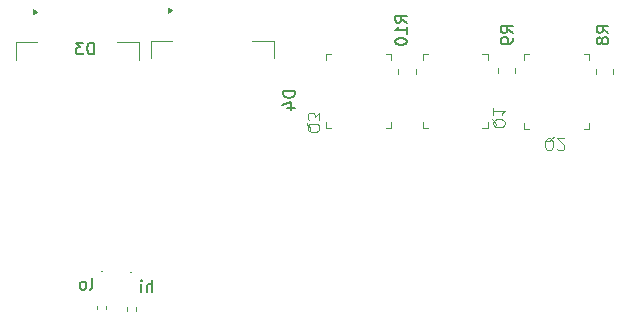
<source format=gbr>
%TF.GenerationSoftware,KiCad,Pcbnew,8.0.0*%
%TF.CreationDate,2024-03-24T11:48:13-04:00*%
%TF.ProjectId,coil-driver,636f696c-2d64-4726-9976-65722e6b6963,rev?*%
%TF.SameCoordinates,Original*%
%TF.FileFunction,Legend,Bot*%
%TF.FilePolarity,Positive*%
%FSLAX46Y46*%
G04 Gerber Fmt 4.6, Leading zero omitted, Abs format (unit mm)*
G04 Created by KiCad (PCBNEW 8.0.0) date 2024-03-24 11:48:13*
%MOMM*%
%LPD*%
G01*
G04 APERTURE LIST*
%ADD10C,0.150000*%
%ADD11C,0.100000*%
%ADD12C,0.120000*%
G04 APERTURE END LIST*
D10*
X103120363Y-134769819D02*
X103215601Y-134722200D01*
X103215601Y-134722200D02*
X103263220Y-134626961D01*
X103263220Y-134626961D02*
X103263220Y-133769819D01*
X102596553Y-134769819D02*
X102691791Y-134722200D01*
X102691791Y-134722200D02*
X102739410Y-134674580D01*
X102739410Y-134674580D02*
X102787029Y-134579342D01*
X102787029Y-134579342D02*
X102787029Y-134293628D01*
X102787029Y-134293628D02*
X102739410Y-134198390D01*
X102739410Y-134198390D02*
X102691791Y-134150771D01*
X102691791Y-134150771D02*
X102596553Y-134103152D01*
X102596553Y-134103152D02*
X102453696Y-134103152D01*
X102453696Y-134103152D02*
X102358458Y-134150771D01*
X102358458Y-134150771D02*
X102310839Y-134198390D01*
X102310839Y-134198390D02*
X102263220Y-134293628D01*
X102263220Y-134293628D02*
X102263220Y-134579342D01*
X102263220Y-134579342D02*
X102310839Y-134674580D01*
X102310839Y-134674580D02*
X102358458Y-134722200D01*
X102358458Y-134722200D02*
X102453696Y-134769819D01*
X102453696Y-134769819D02*
X102596553Y-134769819D01*
X108380446Y-134956093D02*
X108380446Y-133956093D01*
X107951875Y-134956093D02*
X107951875Y-134432283D01*
X107951875Y-134432283D02*
X107999494Y-134337045D01*
X107999494Y-134337045D02*
X108094732Y-134289426D01*
X108094732Y-134289426D02*
X108237589Y-134289426D01*
X108237589Y-134289426D02*
X108332827Y-134337045D01*
X108332827Y-134337045D02*
X108380446Y-134384664D01*
X107475684Y-134956093D02*
X107475684Y-134289426D01*
X107475684Y-133956093D02*
X107523303Y-134003712D01*
X107523303Y-134003712D02*
X107475684Y-134051331D01*
X107475684Y-134051331D02*
X107428065Y-134003712D01*
X107428065Y-134003712D02*
X107475684Y-133956093D01*
X107475684Y-133956093D02*
X107475684Y-134051331D01*
X120454819Y-117961905D02*
X119454819Y-117961905D01*
X119454819Y-117961905D02*
X119454819Y-118200000D01*
X119454819Y-118200000D02*
X119502438Y-118342857D01*
X119502438Y-118342857D02*
X119597676Y-118438095D01*
X119597676Y-118438095D02*
X119692914Y-118485714D01*
X119692914Y-118485714D02*
X119883390Y-118533333D01*
X119883390Y-118533333D02*
X120026247Y-118533333D01*
X120026247Y-118533333D02*
X120216723Y-118485714D01*
X120216723Y-118485714D02*
X120311961Y-118438095D01*
X120311961Y-118438095D02*
X120407200Y-118342857D01*
X120407200Y-118342857D02*
X120454819Y-118200000D01*
X120454819Y-118200000D02*
X120454819Y-117961905D01*
X119788152Y-119390476D02*
X120454819Y-119390476D01*
X119407200Y-119152381D02*
X120121485Y-118914286D01*
X120121485Y-118914286D02*
X120121485Y-119533333D01*
X147004819Y-113033333D02*
X146528628Y-112700000D01*
X147004819Y-112461905D02*
X146004819Y-112461905D01*
X146004819Y-112461905D02*
X146004819Y-112842857D01*
X146004819Y-112842857D02*
X146052438Y-112938095D01*
X146052438Y-112938095D02*
X146100057Y-112985714D01*
X146100057Y-112985714D02*
X146195295Y-113033333D01*
X146195295Y-113033333D02*
X146338152Y-113033333D01*
X146338152Y-113033333D02*
X146433390Y-112985714D01*
X146433390Y-112985714D02*
X146481009Y-112938095D01*
X146481009Y-112938095D02*
X146528628Y-112842857D01*
X146528628Y-112842857D02*
X146528628Y-112461905D01*
X146433390Y-113604762D02*
X146385771Y-113509524D01*
X146385771Y-113509524D02*
X146338152Y-113461905D01*
X146338152Y-113461905D02*
X146242914Y-113414286D01*
X146242914Y-113414286D02*
X146195295Y-113414286D01*
X146195295Y-113414286D02*
X146100057Y-113461905D01*
X146100057Y-113461905D02*
X146052438Y-113509524D01*
X146052438Y-113509524D02*
X146004819Y-113604762D01*
X146004819Y-113604762D02*
X146004819Y-113795238D01*
X146004819Y-113795238D02*
X146052438Y-113890476D01*
X146052438Y-113890476D02*
X146100057Y-113938095D01*
X146100057Y-113938095D02*
X146195295Y-113985714D01*
X146195295Y-113985714D02*
X146242914Y-113985714D01*
X146242914Y-113985714D02*
X146338152Y-113938095D01*
X146338152Y-113938095D02*
X146385771Y-113890476D01*
X146385771Y-113890476D02*
X146433390Y-113795238D01*
X146433390Y-113795238D02*
X146433390Y-113604762D01*
X146433390Y-113604762D02*
X146481009Y-113509524D01*
X146481009Y-113509524D02*
X146528628Y-113461905D01*
X146528628Y-113461905D02*
X146623866Y-113414286D01*
X146623866Y-113414286D02*
X146814342Y-113414286D01*
X146814342Y-113414286D02*
X146909580Y-113461905D01*
X146909580Y-113461905D02*
X146957200Y-113509524D01*
X146957200Y-113509524D02*
X147004819Y-113604762D01*
X147004819Y-113604762D02*
X147004819Y-113795238D01*
X147004819Y-113795238D02*
X146957200Y-113890476D01*
X146957200Y-113890476D02*
X146909580Y-113938095D01*
X146909580Y-113938095D02*
X146814342Y-113985714D01*
X146814342Y-113985714D02*
X146623866Y-113985714D01*
X146623866Y-113985714D02*
X146528628Y-113938095D01*
X146528628Y-113938095D02*
X146481009Y-113890476D01*
X146481009Y-113890476D02*
X146433390Y-113795238D01*
D11*
X121447342Y-120695238D02*
X121494961Y-120790476D01*
X121494961Y-120790476D02*
X121590200Y-120885714D01*
X121590200Y-120885714D02*
X121733057Y-121028571D01*
X121733057Y-121028571D02*
X121780676Y-121123809D01*
X121780676Y-121123809D02*
X121780676Y-121219047D01*
X121542580Y-121171428D02*
X121590200Y-121266666D01*
X121590200Y-121266666D02*
X121685438Y-121361904D01*
X121685438Y-121361904D02*
X121875914Y-121409523D01*
X121875914Y-121409523D02*
X122209247Y-121409523D01*
X122209247Y-121409523D02*
X122399723Y-121361904D01*
X122399723Y-121361904D02*
X122494961Y-121266666D01*
X122494961Y-121266666D02*
X122542580Y-121171428D01*
X122542580Y-121171428D02*
X122542580Y-120980952D01*
X122542580Y-120980952D02*
X122494961Y-120885714D01*
X122494961Y-120885714D02*
X122399723Y-120790476D01*
X122399723Y-120790476D02*
X122209247Y-120742857D01*
X122209247Y-120742857D02*
X121875914Y-120742857D01*
X121875914Y-120742857D02*
X121685438Y-120790476D01*
X121685438Y-120790476D02*
X121590200Y-120885714D01*
X121590200Y-120885714D02*
X121542580Y-120980952D01*
X121542580Y-120980952D02*
X121542580Y-121171428D01*
X122542580Y-120409523D02*
X122542580Y-119790476D01*
X122542580Y-119790476D02*
X122161628Y-120123809D01*
X122161628Y-120123809D02*
X122161628Y-119980952D01*
X122161628Y-119980952D02*
X122114009Y-119885714D01*
X122114009Y-119885714D02*
X122066390Y-119838095D01*
X122066390Y-119838095D02*
X121971152Y-119790476D01*
X121971152Y-119790476D02*
X121733057Y-119790476D01*
X121733057Y-119790476D02*
X121637819Y-119838095D01*
X121637819Y-119838095D02*
X121590200Y-119885714D01*
X121590200Y-119885714D02*
X121542580Y-119980952D01*
X121542580Y-119980952D02*
X121542580Y-120266666D01*
X121542580Y-120266666D02*
X121590200Y-120361904D01*
X121590200Y-120361904D02*
X121637819Y-120409523D01*
D10*
X103438095Y-114854818D02*
X103438095Y-113854818D01*
X103438095Y-113854818D02*
X103200000Y-113854818D01*
X103200000Y-113854818D02*
X103057143Y-113902437D01*
X103057143Y-113902437D02*
X102961905Y-113997675D01*
X102961905Y-113997675D02*
X102914286Y-114092913D01*
X102914286Y-114092913D02*
X102866667Y-114283389D01*
X102866667Y-114283389D02*
X102866667Y-114426246D01*
X102866667Y-114426246D02*
X102914286Y-114616722D01*
X102914286Y-114616722D02*
X102961905Y-114711960D01*
X102961905Y-114711960D02*
X103057143Y-114807199D01*
X103057143Y-114807199D02*
X103200000Y-114854818D01*
X103200000Y-114854818D02*
X103438095Y-114854818D01*
X102533333Y-113854818D02*
X101914286Y-113854818D01*
X101914286Y-113854818D02*
X102247619Y-114235770D01*
X102247619Y-114235770D02*
X102104762Y-114235770D01*
X102104762Y-114235770D02*
X102009524Y-114283389D01*
X102009524Y-114283389D02*
X101961905Y-114331008D01*
X101961905Y-114331008D02*
X101914286Y-114426246D01*
X101914286Y-114426246D02*
X101914286Y-114664341D01*
X101914286Y-114664341D02*
X101961905Y-114759579D01*
X101961905Y-114759579D02*
X102009524Y-114807199D01*
X102009524Y-114807199D02*
X102104762Y-114854818D01*
X102104762Y-114854818D02*
X102390476Y-114854818D01*
X102390476Y-114854818D02*
X102485714Y-114807199D01*
X102485714Y-114807199D02*
X102533333Y-114759579D01*
X129954819Y-112157142D02*
X129478628Y-111823809D01*
X129954819Y-111585714D02*
X128954819Y-111585714D01*
X128954819Y-111585714D02*
X128954819Y-111966666D01*
X128954819Y-111966666D02*
X129002438Y-112061904D01*
X129002438Y-112061904D02*
X129050057Y-112109523D01*
X129050057Y-112109523D02*
X129145295Y-112157142D01*
X129145295Y-112157142D02*
X129288152Y-112157142D01*
X129288152Y-112157142D02*
X129383390Y-112109523D01*
X129383390Y-112109523D02*
X129431009Y-112061904D01*
X129431009Y-112061904D02*
X129478628Y-111966666D01*
X129478628Y-111966666D02*
X129478628Y-111585714D01*
X129954819Y-113109523D02*
X129954819Y-112538095D01*
X129954819Y-112823809D02*
X128954819Y-112823809D01*
X128954819Y-112823809D02*
X129097676Y-112728571D01*
X129097676Y-112728571D02*
X129192914Y-112633333D01*
X129192914Y-112633333D02*
X129240533Y-112538095D01*
X128954819Y-113728571D02*
X128954819Y-113823809D01*
X128954819Y-113823809D02*
X129002438Y-113919047D01*
X129002438Y-113919047D02*
X129050057Y-113966666D01*
X129050057Y-113966666D02*
X129145295Y-114014285D01*
X129145295Y-114014285D02*
X129335771Y-114061904D01*
X129335771Y-114061904D02*
X129573866Y-114061904D01*
X129573866Y-114061904D02*
X129764342Y-114014285D01*
X129764342Y-114014285D02*
X129859580Y-113966666D01*
X129859580Y-113966666D02*
X129907200Y-113919047D01*
X129907200Y-113919047D02*
X129954819Y-113823809D01*
X129954819Y-113823809D02*
X129954819Y-113728571D01*
X129954819Y-113728571D02*
X129907200Y-113633333D01*
X129907200Y-113633333D02*
X129859580Y-113585714D01*
X129859580Y-113585714D02*
X129764342Y-113538095D01*
X129764342Y-113538095D02*
X129573866Y-113490476D01*
X129573866Y-113490476D02*
X129335771Y-113490476D01*
X129335771Y-113490476D02*
X129145295Y-113538095D01*
X129145295Y-113538095D02*
X129050057Y-113585714D01*
X129050057Y-113585714D02*
X129002438Y-113633333D01*
X129002438Y-113633333D02*
X128954819Y-113728571D01*
X138904819Y-113033333D02*
X138428628Y-112700000D01*
X138904819Y-112461905D02*
X137904819Y-112461905D01*
X137904819Y-112461905D02*
X137904819Y-112842857D01*
X137904819Y-112842857D02*
X137952438Y-112938095D01*
X137952438Y-112938095D02*
X138000057Y-112985714D01*
X138000057Y-112985714D02*
X138095295Y-113033333D01*
X138095295Y-113033333D02*
X138238152Y-113033333D01*
X138238152Y-113033333D02*
X138333390Y-112985714D01*
X138333390Y-112985714D02*
X138381009Y-112938095D01*
X138381009Y-112938095D02*
X138428628Y-112842857D01*
X138428628Y-112842857D02*
X138428628Y-112461905D01*
X138904819Y-113509524D02*
X138904819Y-113700000D01*
X138904819Y-113700000D02*
X138857200Y-113795238D01*
X138857200Y-113795238D02*
X138809580Y-113842857D01*
X138809580Y-113842857D02*
X138666723Y-113938095D01*
X138666723Y-113938095D02*
X138476247Y-113985714D01*
X138476247Y-113985714D02*
X138095295Y-113985714D01*
X138095295Y-113985714D02*
X138000057Y-113938095D01*
X138000057Y-113938095D02*
X137952438Y-113890476D01*
X137952438Y-113890476D02*
X137904819Y-113795238D01*
X137904819Y-113795238D02*
X137904819Y-113604762D01*
X137904819Y-113604762D02*
X137952438Y-113509524D01*
X137952438Y-113509524D02*
X138000057Y-113461905D01*
X138000057Y-113461905D02*
X138095295Y-113414286D01*
X138095295Y-113414286D02*
X138333390Y-113414286D01*
X138333390Y-113414286D02*
X138428628Y-113461905D01*
X138428628Y-113461905D02*
X138476247Y-113509524D01*
X138476247Y-113509524D02*
X138523866Y-113604762D01*
X138523866Y-113604762D02*
X138523866Y-113795238D01*
X138523866Y-113795238D02*
X138476247Y-113890476D01*
X138476247Y-113890476D02*
X138428628Y-113938095D01*
X138428628Y-113938095D02*
X138333390Y-113985714D01*
D11*
X137147342Y-120295238D02*
X137194961Y-120390476D01*
X137194961Y-120390476D02*
X137290200Y-120485714D01*
X137290200Y-120485714D02*
X137433057Y-120628571D01*
X137433057Y-120628571D02*
X137480676Y-120723809D01*
X137480676Y-120723809D02*
X137480676Y-120819047D01*
X137242580Y-120771428D02*
X137290200Y-120866666D01*
X137290200Y-120866666D02*
X137385438Y-120961904D01*
X137385438Y-120961904D02*
X137575914Y-121009523D01*
X137575914Y-121009523D02*
X137909247Y-121009523D01*
X137909247Y-121009523D02*
X138099723Y-120961904D01*
X138099723Y-120961904D02*
X138194961Y-120866666D01*
X138194961Y-120866666D02*
X138242580Y-120771428D01*
X138242580Y-120771428D02*
X138242580Y-120580952D01*
X138242580Y-120580952D02*
X138194961Y-120485714D01*
X138194961Y-120485714D02*
X138099723Y-120390476D01*
X138099723Y-120390476D02*
X137909247Y-120342857D01*
X137909247Y-120342857D02*
X137575914Y-120342857D01*
X137575914Y-120342857D02*
X137385438Y-120390476D01*
X137385438Y-120390476D02*
X137290200Y-120485714D01*
X137290200Y-120485714D02*
X137242580Y-120580952D01*
X137242580Y-120580952D02*
X137242580Y-120771428D01*
X137242580Y-119390476D02*
X137242580Y-119961904D01*
X137242580Y-119676190D02*
X138242580Y-119676190D01*
X138242580Y-119676190D02*
X138099723Y-119771428D01*
X138099723Y-119771428D02*
X138004485Y-119866666D01*
X138004485Y-119866666D02*
X137956866Y-119961904D01*
X142359761Y-121877342D02*
X142264523Y-121924961D01*
X142264523Y-121924961D02*
X142169285Y-122020200D01*
X142169285Y-122020200D02*
X142026428Y-122163057D01*
X142026428Y-122163057D02*
X141931190Y-122210676D01*
X141931190Y-122210676D02*
X141835952Y-122210676D01*
X141883571Y-121972580D02*
X141788333Y-122020200D01*
X141788333Y-122020200D02*
X141693095Y-122115438D01*
X141693095Y-122115438D02*
X141645476Y-122305914D01*
X141645476Y-122305914D02*
X141645476Y-122639247D01*
X141645476Y-122639247D02*
X141693095Y-122829723D01*
X141693095Y-122829723D02*
X141788333Y-122924961D01*
X141788333Y-122924961D02*
X141883571Y-122972580D01*
X141883571Y-122972580D02*
X142074047Y-122972580D01*
X142074047Y-122972580D02*
X142169285Y-122924961D01*
X142169285Y-122924961D02*
X142264523Y-122829723D01*
X142264523Y-122829723D02*
X142312142Y-122639247D01*
X142312142Y-122639247D02*
X142312142Y-122305914D01*
X142312142Y-122305914D02*
X142264523Y-122115438D01*
X142264523Y-122115438D02*
X142169285Y-122020200D01*
X142169285Y-122020200D02*
X142074047Y-121972580D01*
X142074047Y-121972580D02*
X141883571Y-121972580D01*
X142693095Y-122877342D02*
X142740714Y-122924961D01*
X142740714Y-122924961D02*
X142835952Y-122972580D01*
X142835952Y-122972580D02*
X143074047Y-122972580D01*
X143074047Y-122972580D02*
X143169285Y-122924961D01*
X143169285Y-122924961D02*
X143216904Y-122877342D01*
X143216904Y-122877342D02*
X143264523Y-122782104D01*
X143264523Y-122782104D02*
X143264523Y-122686866D01*
X143264523Y-122686866D02*
X143216904Y-122544009D01*
X143216904Y-122544009D02*
X142645476Y-121972580D01*
X142645476Y-121972580D02*
X143264523Y-121972580D01*
D12*
%TO.C,D4*%
X108275000Y-113700000D02*
X108275000Y-115200000D01*
X110085000Y-113700000D02*
X108275000Y-113700000D01*
X116865000Y-113700000D02*
X118675000Y-113700000D01*
X118675000Y-113700000D02*
X118675000Y-115200000D01*
X110085000Y-111137500D02*
X109755000Y-111377500D01*
X109755000Y-110897500D01*
X110085000Y-111137500D01*
G36*
X110085000Y-111137500D02*
G01*
X109755000Y-111377500D01*
X109755000Y-110897500D01*
X110085000Y-111137500D01*
G37*
%TO.C,R8*%
X145965000Y-116072936D02*
X145965000Y-116527064D01*
X147435000Y-116072936D02*
X147435000Y-116527064D01*
D11*
%TO.C,D5*%
X106650000Y-133310000D02*
G75*
G02*
X106550000Y-133310000I-50000J0D01*
G01*
X106550000Y-133310000D02*
G75*
G02*
X106650000Y-133310000I50000J0D01*
G01*
D12*
%TO.C,R11*%
X106220000Y-136246359D02*
X106220000Y-136553641D01*
X106980000Y-136246359D02*
X106980000Y-136553641D01*
D11*
%TO.C,Q3*%
X123080000Y-121120000D02*
X123080000Y-120620000D01*
X123080000Y-121120000D02*
X123530000Y-121120000D01*
X123105000Y-115320000D02*
X123105000Y-114820000D01*
X123555000Y-114820000D02*
X123105000Y-114820000D01*
X128155000Y-114820000D02*
X128605000Y-114820000D01*
X128155000Y-121120000D02*
X128605000Y-121120000D01*
X128605000Y-115320000D02*
X128605000Y-114820000D01*
X128605000Y-121120000D02*
X128605000Y-120620000D01*
%TO.C,D6*%
X104167500Y-133227500D02*
G75*
G02*
X104067500Y-133227500I-50000J0D01*
G01*
X104067500Y-133227500D02*
G75*
G02*
X104167500Y-133227500I50000J0D01*
G01*
D12*
%TO.C,D3*%
X96825000Y-113800000D02*
X96825000Y-115300000D01*
X98635000Y-113800000D02*
X96825000Y-113800000D01*
X105415000Y-113800000D02*
X107225000Y-113800000D01*
X107225000Y-113800000D02*
X107225000Y-115300000D01*
X98635000Y-111237500D02*
X98305000Y-111477500D01*
X98305000Y-110997500D01*
X98635000Y-111237500D01*
G36*
X98635000Y-111237500D02*
G01*
X98305000Y-111477500D01*
X98305000Y-110997500D01*
X98635000Y-111237500D01*
G37*
%TO.C,R10*%
X129215000Y-116072936D02*
X129215000Y-116527064D01*
X130685000Y-116072936D02*
X130685000Y-116527064D01*
%TO.C,R9*%
X137665000Y-115972936D02*
X137665000Y-116427064D01*
X139135000Y-115972936D02*
X139135000Y-116427064D01*
%TO.C,R12*%
X103720000Y-136146359D02*
X103720000Y-136453641D01*
X104480000Y-136146359D02*
X104480000Y-136453641D01*
D11*
%TO.C,Q1*%
X131270000Y-121120000D02*
X131270000Y-120620000D01*
X131270000Y-121120000D02*
X131720000Y-121120000D01*
X131295000Y-115320000D02*
X131295000Y-114820000D01*
X131745000Y-114820000D02*
X131295000Y-114820000D01*
X136345000Y-114820000D02*
X136795000Y-114820000D01*
X136345000Y-121120000D02*
X136795000Y-121120000D01*
X136795000Y-115320000D02*
X136795000Y-114820000D01*
X136795000Y-121120000D02*
X136795000Y-120620000D01*
%TO.C,Q2*%
X139825000Y-121150000D02*
X139825000Y-120650000D01*
X139825000Y-121150000D02*
X140275000Y-121150000D01*
X139850000Y-115350000D02*
X139850000Y-114850000D01*
X140300000Y-114850000D02*
X139850000Y-114850000D01*
X144900000Y-114850000D02*
X145350000Y-114850000D01*
X144900000Y-121150000D02*
X145350000Y-121150000D01*
X145350000Y-115350000D02*
X145350000Y-114850000D01*
X145350000Y-121150000D02*
X145350000Y-120650000D01*
%TD*%
M02*

</source>
